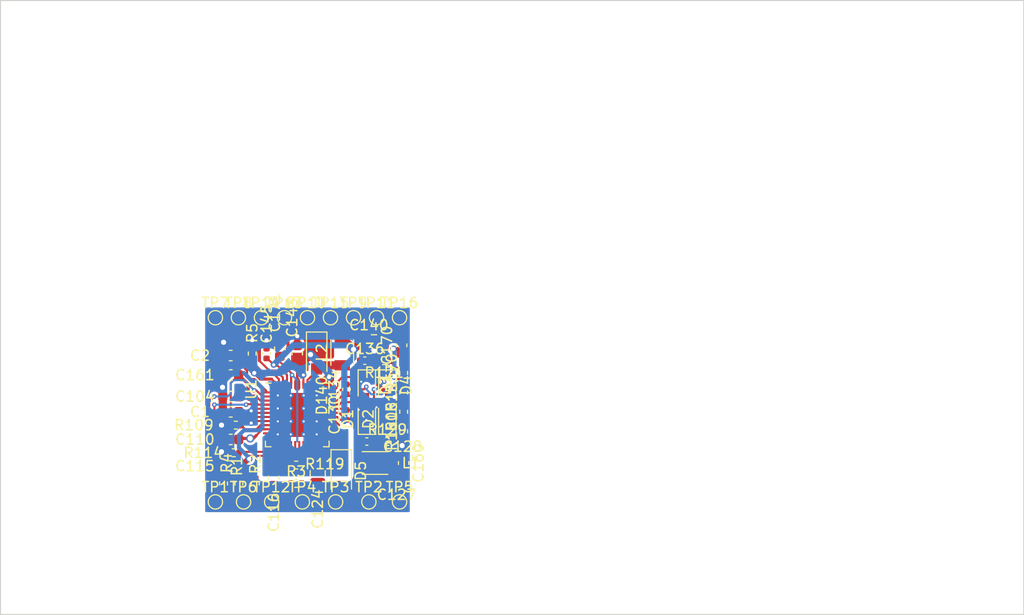
<source format=kicad_pcb>
(kicad_pcb (version 20210424) (generator pcbnew)
  (layers (0 "F.Cu" mixed) (31 "B.Cu" mixed) (34 "B.Paste" user) (35 "F.Paste" user) (36 "B.SilkS" user "B.Silkscreen") (37 "F.SilkS" user "F.Silkscreen") (38 "B.Mask" user) (39 "F.Mask" user) (44 "Edge.Cuts" user))
  (net 0 "")
  (net 1 "Net-(C1-Pad1)")
  (net 2 "Net-(C2-Pad1)")
  (net 3 "GND")
  (net 4 "/eink pmic/VN")
  (net 5 "/eink pmic/PMIC_INT")
  (net 6 "/eink pmic/PMIC_PG")
  (net 7 "/eink pmic/PMIC_SDA")
  (net 8 "/eink pmic/PMIC_SCL")
  (net 9 "/eink pmic/PMIC_PWRUP")
  (net 10 "/eink pmic/PMIC_WAKEUP")
  (net 11 "EINK_VCOM")
  (net 12 "EINK_VNEG")
  (net 13 "EINK_VEE")
  (net 14 "EINK_VPOS")
  (net 15 "EINK_VDDH")
  (net 16 "Net-(C128-Pad1)")
  (net 17 "Net-(C130-Pad1)")
  (net 18 "Net-(C134-Pad1)")
  (net 19 "Net-(C136-Pad1)")
  (net 20 "Net-(D5-Pad1)")
  (net 21 "Net-(C128-Pad2)")
  (net 22 "Net-(D140-Pad2)")
  (net 23 "Net-(C136-Pad2)")
  (net 24 "Net-(R109-Pad1)")
  (net 25 "Net-(R119-Pad1)")
  (net 26 "/eink pmic/VB")
  (net 27 "/eink pmic/PMIC_VCOM")
  (net 28 "EINK_PWR")
  (net 29 "EINK_TS")
  (net 30 "Net-(R129-Pad1)")
  (net 31 "Net-(R114-Pad2)")
  (net 32 "Net-(R135-Pad1)")
  (net 33 "Net-(R160-Pad2)")
  (net 34 "Net-(R170-Pad2)")
  (net 35 "VIN")
  (footprint "Resistor_SMD:R_0402_1005Metric" (layer "F.Cu") (at 139.4 80.190001 90)
    (fp_text reference "R161")
    (fp_text value "1.8k")
  )
  (footprint "Diode_SMD:D_SOD-323" (layer "F.Cu") (at 137.8 80.9 90)
    (fp_text reference "D2")
    (fp_text value "D_Small")
  )
  (footprint "Capacitor_SMD:C_0805_2012Metric" (layer "F.Cu") (at 131 86.2 -90)
    (fp_text reference "C124")
    (fp_text value "10uF")
  )
  (footprint "Diode_SMD:D_SOD-323" (layer "F.Cu") (at 137.8 77.6 -90)
    (fp_text reference "D4")
    (fp_text value "D_Small")
  )
  (footprint "TestPoint:TestPoint_Pad_D1.0mm" (layer "F.Cu") (at 139 71)
    (fp_text reference "TP16")
    (fp_text value "TestPoint")
  )
  (footprint "Capacitor_SMD:C_0603_1608Metric" (layer "F.Cu") (at 122.5 78.7 180)
    (fp_text reference "C104")
    (fp_text value "4.7uF")
  )
  (footprint "Resistor_SMD:R_0402_1005Metric" (layer "F.Cu") (at 124.6 74.5 90)
    (fp_text reference "R5")
    (fp_text value "43k")
  )
  (footprint "Inductor_SMD:L_TDK_NLV25_2.5x2.0mm" (layer "F.Cu") (at 133.4 74.4 90)
    (fp_text reference "L2")
    (fp_text value "2.2uH")
  )
  (footprint "Diode_SMD:D_SOD-323" (layer "F.Cu") (at 135.8 80.9 90)
    (fp_text reference "D1")
    (fp_text value "D_Small")
  )
  (footprint "TestPoint:TestPoint_Pad_D1.0mm" (layer "F.Cu") (at 136.75 71)
    (fp_text reference "TP11")
    (fp_text value "TestPoint")
  )
  (footprint "Resistor_SMD:R_0402_1005Metric" (layer "F.Cu") (at 139.4 82.1 90)
    (fp_text reference "R160")
    (fp_text value "1.8k")
  )
  (footprint "Capacitor_SMD:C_0603_1608Metric" (layer "F.Cu") (at 126.7 86.625 -90)
    (fp_text reference "C116")
    (fp_text value "4.7uF")
  )
  (footprint "Capacitor_SMD:C_0805_2012Metric" (layer "F.Cu") (at 136.5 73.4)
    (fp_text reference "C140")
    (fp_text value "10uF")
  )
  (footprint "TestPoint:TestPoint_Pad_D1.0mm" (layer "F.Cu") (at 139 89)
    (fp_text reference "TP5")
    (fp_text value "TestPoint")
  )
  (footprint "Resistor_SMD:R_0402_1005Metric" (layer "F.Cu") (at 122.8 84.2)
    (fp_text reference "R114")
    (fp_text value "NC")
  )
  (footprint "TestPoint:TestPoint_Pad_D1.0mm" (layer "F.Cu") (at 121 71)
    (fp_text reference "TP7")
    (fp_text value "TestPoint")
  )
  (footprint "TestPoint:TestPoint_Pad_D1.0mm" (layer "F.Cu") (at 121 89)
    (fp_text reference "TP1")
    (fp_text value "TestPoint")
  )
  (footprint "Capacitor_SMD:C_0603_1608Metric" (layer "F.Cu") (at 139.2 73.7 90)
    (fp_text reference "C170")
    (fp_text value "2.2uF")
  )
  (footprint "Diode_SMD:D_SOD-123F" (layer "F.Cu") (at 133.3 86.099999 -90)
    (fp_text reference "D5")
    (fp_text value "1A/30V")
  )
  (footprint "TestPoint:TestPoint_Pad_D1.0mm" (layer "F.Cu") (at 126.5 89)
    (fp_text reference "TP12")
    (fp_text value "TestPoint")
  )
  (footprint "Capacitor_SMD:C_0402_1005Metric" (layer "F.Cu") (at 135.6 75.2)
    (fp_text reference "C136")
    (fp_text value "10nF")
  )
  (footprint "TestPoint:TestPoint_Pad_D1.0mm" (layer "F.Cu") (at 134.5 71)
    (fp_text reference "TP9")
    (fp_text value "TestPoint")
  )
  (footprint "Capacitor_SMD:C_0603_1608Metric" (layer "F.Cu") (at 127.3 74 90)
    (fp_text reference "C171")
    (fp_text value "4.7uF")
  )
  (footprint "Capacitor_SMD:C_0603_1608Metric" (layer "F.Cu") (at 122.5 85.5 180)
    (fp_text reference "C115")
    (fp_text value "4.7uF")
  )
  (footprint "TestPoint:TestPoint_Pad_D1.0mm" (layer "F.Cu") (at 129.5 89)
    (fp_text reference "TP4")
    (fp_text value "TestPoint")
  )
  (footprint "Capacitor_SMD:C_0402_1005Metric" (layer "F.Cu") (at 133.8 80.5 90)
    (fp_text reference "C130")
    (fp_text value "100nF")
  )
  (footprint "TestPoint:TestPoint_Pad_D1.0mm" (layer "F.Cu") (at 132.25 71)
    (fp_text reference "TP15")
    (fp_text value "TestPoint")
  )
  (footprint "TestPoint:TestPoint_Pad_D1.0mm" (layer "F.Cu") (at 136 89)
    (fp_text reference "TP2")
    (fp_text value "TestPoint")
  )
  (footprint "Capacitor_SMD:C_0603_1608Metric" (layer "F.Cu") (at 136.7 87.5)
    (fp_text reference "C127")
    (fp_text value "4.7uF")
  )
  (footprint "TestPoint:TestPoint_Pad_D1.0mm" (layer "F.Cu") (at 123.75 89)
    (fp_text reference "TP6")
    (fp_text value "TestPoint")
  )
  (footprint "Resistor_SMD:R_0402_1005Metric" (layer "F.Cu") (at 121.8 87.2 -90)
    (fp_text reference "R4")
    (fp_text value "10k")
  )
  (footprint "Capacitor_SMD:C_0603_1608Metric" (layer "F.Cu") (at 122.5 76.6 180)
    (fp_text reference "C161")
    (fp_text value "4.7uF")
  )
  (footprint "Capacitor_SMD:C_0402_1005Metric" (layer "F.Cu") (at 135.8 83.1)
    (fp_text reference "C128")
    (fp_text value "10nF")
  )
  (footprint "Package_DFN_QFN:QFN-48-1EP_6x6mm_P0.4mm_EP4.3x4.3mm_ThermalVias" (layer "F.Cu") (at 129 80.5)
    (fp_text reference "U1")
    (fp_text value "TPS65185")
  )
  (footprint "Resistor_SMD:R_0402_1005Metric" (layer "F.Cu") (at 139.4 78.3 90)
    (fp_text reference "R135")
    (fp_text value "NC")
  )
  (footprint "TestPoint:TestPoint_Pad_D1.0mm" (layer "F.Cu") (at 132.75 89)
    (fp_text reference "TP3")
    (fp_text value "TestPoint")
  )
  (footprint "Capacitor_SMD:C_0603_1608Metric" (layer "F.Cu") (at 122.5 80.2 180)
    (fp_text reference "C1")
    (fp_text value "4.7uF")
  )
  (footprint "TestPoint:TestPoint_Pad_D1.0mm" (layer "F.Cu") (at 125.5 71)
    (fp_text reference "TP14")
    (fp_text value "TestPoint")
  )
  (footprint "Resistor_SMD:R_0402_1005Metric" (layer "F.Cu") (at 137.8 83.1)
    (fp_text reference "R129")
    (fp_text value "NC")
  )
  (footprint "TestPoint:TestPoint_Pad_D1.0mm" (layer "F.Cu") (at 127.75 71)
    (fp_text reference "TP13")
    (fp_text value "TestPoint")
  )
  (footprint "Capacitor_SMD:C_0603_1608Metric" (layer "F.Cu") (at 122.5 82.9 180)
    (fp_text reference "C110")
    (fp_text value "10uF")
  )
  (footprint "Capacitor_SMD:C_0603_1608Metric" (layer "F.Cu") (at 122.5 74.7 180)
    (fp_text reference "C2")
    (fp_text value "4.7uF")
  )
  (footprint "Resistor_SMD:R_0402_1005Metric" (layer "F.Cu") (at 123.3 87.2 -90)
    (fp_text reference "R1")
    (fp_text value "1.8k")
  )
  (footprint "Capacitor_SMD:C_0603_1608Metric" (layer "F.Cu") (at 129 74.5 90)
    (fp_text reference "C143")
    (fp_text value "4.7uF")
  )
  (footprint "Resistor_SMD:R_0402_1005Metric" (layer "F.Cu") (at 139.4 76.4 90)
    (fp_text reference "R170")
    (fp_text value "1.8k")
  )
  (footprint "Resistor_SMD:R_0402_1005Metric" (layer "F.Cu") (at 124.9 87.2 -90)
    (fp_text reference "R2")
    (fp_text value "1.8k")
  )
  (footprint "Resistor_SMD:R_0402_1005Metric" (layer "F.Cu") (at 128.9 87.2)
    (fp_text reference "R3")
    (fp_text value "10k")
  )
  (footprint "Inductor_SMD:L_TDK_NLV25_2.5x2.0mm" (layer "F.Cu") (at 136.6 85.2)
    (fp_text reference "L1")
    (fp_text value "4.7uH")
  )
  (footprint "Resistor_SMD:R_0402_1005Metric" (layer "F.Cu") (at 137.5 75.2 180)
    (fp_text reference "R171")
    (fp_text value "1.8k")
  )
  (footprint "Capacitor_SMD:C_0402_1005Metric" (layer "F.Cu") (at 133.8 78 90)
    (fp_text reference "C134")
    (fp_text value "100nF")
  )
  (footprint "Capacitor_SMD:C_0402_1005Metric" (layer "F.Cu") (at 126 74.5 90)
    (fp_text reference "C145")
    (fp_text value "1uF")
  )
  (footprint "Diode_SMD:D_SOD-323" (layer "F.Cu") (at 135.8 77.6 -90)
    (fp_text reference "D3")
    (fp_text value "D_Small")
  )
  (footprint "Capacitor_SMD:C_0603_1608Metric" (layer "F.Cu") (at 139.4 85.2 -90)
    (fp_text reference "C160")
    (fp_text value "2.2uF")
  )
  (footprint "TestPoint:TestPoint_Pad_D1.0mm" (layer "F.Cu") (at 123.25 71)
    (fp_text reference "TP8")
    (fp_text value "TestPoint")
  )
  (footprint "Diode_SMD:D_SOD-123F" (layer "F.Cu") (at 130.9 74.6 -90)
    (fp_text reference "D140")
    (fp_text value "1A/30V")
  )
  (footprint "Resistor_SMD:R_0402_1005Metric" (layer "F.Cu") (at 128.9 85.4 180)
    (fp_text reference "R119")
    (fp_text value "NC")
  )
  (footprint "TestPoint:TestPoint_Pad_D1.0mm" (layer "F.Cu") (at 130 71)
    (fp_text reference "TP10")
    (fp_text value "TestPoint")
  )
  (footprint "Resistor_SMD:R_0402_1005Metric" (layer "F.Cu") (at 123 81.5 180)
    (fp_text reference "R109")
    (fp_text value "NC")
  )
  (gr_line (start 100 40) (end 100 100) (layer "Edge.Cuts") (width 0.1))
  (gr_line (start 200 100) (end 200 40) (layer "Edge.Cuts") (width 0.1))
  (gr_line (start 100 100) (end 200 100) (layer "Edge.Cuts") (width 0.1))
  (gr_line (start 200 40) (end 100 40) (layer "Edge.Cuts") (width 0.1))
  (segment (start 124.1 80.7) (end 124 80.6) (width 0.2) (layer "F.Cu") (net 1))
  (segment (start 126.05 80.7) (end 124.1 80.7) (width 0.2) (layer "F.Cu") (net 1))
  (segment (start 123.575 80.5) (end 123.9 80.5) (width 0.3) (layer "F.Cu") (net 1))
  (segment (start 124 80.6) (end 123.9 80.5) (width 0.2) (layer "F.Cu") (net 1))
  (segment (start 123.275 80.2) (end 123.575 80.5) (width 0.3) (layer "F.Cu") (net 1))
  (segment (start 124.1 76.2) (end 123.275 75.375) (width 0.2) (layer "F.Cu") (net 2))
  (segment (start 123.275 75.375) (end 123.275 74.7) (width 0.2) (layer "F.Cu") (net 2))
  (segment (start 126.05 78.3) (end 125.95 78.2) (width 0.2) (layer "F.Cu") (net 2))
  (segment (start 124.5 77) (end 124.1 76.6) (width 0.2) (layer "F.Cu") (net 2))
  (segment (start 124.820864 77) (end 124.5 77) (width 0.2) (layer "F.Cu") (net 2))
  (segment (start 124.1 76.6) (end 124.1 76.2) (width 0.2) (layer "F.Cu") (net 2))
  (segment (start 125.95 78.129136) (end 124.820864 77) (width 0.2) (layer "F.Cu") (net 2))
  (segment (start 125.95 78.2) (end 125.95 78.129136) (width 0.2) (layer "F.Cu") (net 2))
  (segment (start 138.509502 78.945932) (end 138.509502 78.75) (width 0.4) (layer "F.Cu") (net 3))
  (segment (start 137.375425 73.4) (end 136.515917 74.259508) (width 0.8) (layer "F.Cu") (net 3))
  (segment (start 121.725 85.5) (end 121.725 84.225) (width 0.8) (layer "F.Cu") (net 3))
  (segment (start 131.95 79.9) (end 133.68 79.9) (width 0.2) (layer "F.Cu") (net 3))
  (segment (start 134.98 80.02) (end 135 80) (width 0.2) (layer "F.Cu") (net 3))
  (segment (start 121.725 77.775) (end 121.7 77.8) (width 0.8) (layer "F.Cu") (net 3))
  (segment (start 121.725 77.825) (end 121.7 77.8) (width 0.8) (layer "F.Cu") (net 3))
  (segment (start 121.725 76.2) (end 121.725 74.7) (width 0.8) (layer "F.Cu") (net 3))
  (segment (start 126.05 81.1) (end 124.7 81.1) (width 0.2) (layer "F.Cu") (net 3))
  (segment (start 137.925 72.925) (end 137.45 73.4) (width 0.8) (layer "F.Cu") (net 3))
  (segment (start 139.2 72.925) (end 137.925 72.925) (width 0.8) (layer "F.Cu") (net 3))
  (segment (start 137.45 73.4) (end 137.375425 73.4) (width 0.8) (layer "F.Cu") (net 3))
  (segment (start 126.025 73.225) (end 126 73.2) (width 0.6) (layer "F.Cu") (net 3))
  (segment (start 136.99 74.733591) (end 136.515917 74.259508) (width 0.8) (layer "F.Cu") (net 3))
  (segment (start 133.68 79.9) (end 133.8 80.02) (width 0.2) (layer "F.Cu") (net 3))
  (segment (start 129 73.725) (end 129 72.8) (width 0.6) (layer "F.Cu") (net 3))
  (segment (start 124.7 80.3) (end 124.5 80.1) (width 0.2) (layer "F.Cu") (net 3))
  (segment (start 139.243571 79.680001) (end 138.509502 78.945932) (width 0.4) (layer "F.Cu") (net 3))
  (segment (start 126 74.02) (end 126 73.2) (width 0.6) (layer "F.Cu") (net 3))
  (segment (start 121.6 82.775) (end 121.6 81.5) (width 0.8) (layer "F.Cu") (net 3))
  (segment (start 133.8 80.02) (end 134.98 80.02) (width 0.2) (layer "F.Cu") (net 3))
  (segment (start 126.5 77) (end 125.4 77) (width 0.3) (layer "F.Cu") (net 3))
  (segment (start 121.6 80.325) (end 121.6 81.5) (width 0.8) (layer "F.Cu") (net 3))
  (segment (start 129.6 77.55) (end 129.6 76.6) (width 0.2) (layer "F.Cu") (net 3))
  (segment (start 125.4 77) (end 124.8 76.4) (width 0.3) (layer "F.Cu") (net 3))
  (segment (start 121.725 80.2) (end 121.725 78.7) (width 0.8) (layer "F.Cu") (net 3))
  (segment (start 139.4 79.680001) (end 139.243571 79.680001) (width 0.4) (layer "F.Cu") (net 3))
  (segment (start 121.725 82.9) (end 121.725 83.975) (width 0.8) (layer "F.Cu") (net 3))
  (segment (start 127.3 73.225) (end 126.025 73.225) (width 0.6) (layer "F.Cu") (net 3))
  (segment (start 124.7 81.1) (end 124.5 81.3) (width 0.2) (layer "F.Cu") (net 3))
  (segment (start 133.8 77.52) (end 134.98 77.52) (width 0.2) (layer "F.Cu") (net 3))
  (segment (start 124.6 73.99) (end 124.6 73.2) (width 0.6) (layer "F.Cu") (net 3))
  (segment (start 121.725 83.975) (end 121.6 84.1) (width 0.8) (layer "F.Cu") (net 3))
  (segment (start 121.725 73.475) (end 121.8 73.4) (width 0.8) (layer "F.Cu") (net 3))
  (segment (start 121.725 84.225) (end 121.6 84.1) (width 0.8) (layer "F.Cu") (net 3))
  (segment (start 136.99 75.2) (end 136.99 74.733591) (width 0.8) (layer "F.Cu") (net 3))
  (segment (start 126.8 77.55) (end 126.8 77.3) (width 0.2) (layer "F.Cu") (net 3))
  (segment (start 121.725 74.7) (end 121.725 73.475) (width 0.8) (layer "F.Cu") (net 3))
  (segment (start 126.05 80.3) (end 124.7 80.3) (width 0.2) (layer "F.Cu") (net 3))
  (segment (start 134.98 77.52) (end 135.25 77.25) (width 0.2) (layer "F.Cu") (net 3))
  (segment (start 121.725 80.2) (end 121.6 80.325) (width 0.8) (layer "F.Cu") (net 3))
  (segment (start 121.725 76.6) (end 121.725 77.775) (width 0.8) (layer "F.Cu") (net 3))
  (segment (start 126.8 77.3) (end 126.5 77) (width 0.2) (layer "F.Cu") (net 3))
  (segment (start 121.725 78.7) (end 121.725 77.825) (width 0.8) (layer "F.Cu") (net 3))
  (segment (start 121.725 82.9) (end 121.6 82.775) (width 0.8) (layer "F.Cu") (net 3))
  (via (at 121.8 73.4) (size 0.8) (drill 0.5) (layers "F.Cu" "B.Cu") (net 3))
  (via (at 121.6 84.1) (size 0.8) (drill 0.5) (layers "F.Cu" "B.Cu") (net 3))
  (via (at 135.25 77.25) (size 0.45) (drill 0.2) (layers "F.Cu" "B.Cu") (net 3))
  (via (at 138.509502 78.75) (size 0.65) (drill 0.4) (layers "F.Cu" "B.Cu") (net 3))
  (via (at 135 80) (size 0.45) (drill 0.2) (layers "F.Cu" "B.Cu") (net 3))
  (via (at 124.6 73.2) (size 0.65) (drill 0.4) (layers "F.Cu" "B.Cu") (net 3))
  (via (at 124.5 81.3) (size 0.55) (drill 0.3) (layers "F.Cu" "B.Cu") (net 3))
  (via (at 124.5 80.1) (size 0.55) (drill 0.3) (layers "F.Cu" "B.Cu") (net 3))
  (via (at 129.6 76.6) (size 0.55) (drill 0.3) (layers "F.Cu" "B.Cu") (net 3))
  (via (at 126 73.2) (size 0.65) (drill 0.4) (layers "F.Cu" "B.Cu") (net 3))
  (via (at 129 72.8) (size 0.65) (drill 0.4) (layers "F.Cu" "B.Cu") (net 3))
  (via (at 121.7 77.8) (size 0.8) (drill 0.5) (layers "F.Cu" "B.Cu") (net 3))
  (via (at 136.515917 74.259508) (size 0.8) (drill 0.5) (layers "F.Cu" "B.Cu") (net 3))
  (via (at 121.6 81.5) (size 0.8) (drill 0.5) (layers "F.Cu" "B.Cu") (net 3))
  (via (at 124.8 76.4) (size 0.65) (drill 0.4) (layers "F.Cu" "B.Cu") (net 3))
  (segment (start 128.7 75.7) (end 129.6 76.6) (width 0.6) (layer "B.Cu") (net 3))
  (segment (start 124.8 76.4) (end 127.3 76.4) (width 0.6) (layer "B.Cu") (net 3))
  (segment (start 127.3 76.4) (end 128 75.7) (width 0.6) (layer "B.Cu") (net 3))
  (segment (start 128 75.7) (end 128.7 75.7) (width 0.6) (layer "B.Cu") (net 3))
  (segment (start 123.954062 78.7) (end 124.254062 79) (width 0.25) (layer "F.Cu") (net 4))
  (segment (start 128 82.766667) (end 128.366667 82.4) (width 0.2) (layer "F.Cu") (net 4))
  (segment (start 124.254062 79) (end 124.7 79) (width 0.25) (layer "F.Cu") (net 4))
  (segment (start 126.05 79.5) (end 125.2 79.5) (width 0.2) (layer "F.Cu") (net 4))
  (segment (start 126.05 79.5) (end 126.733333 79.5) (width 0.2) (layer "F.Cu") (net 4))
  (segment (start 125.2 79.5) (end 124.7 79) (width 0.2) (layer "F.Cu") (net 4))
  (segment (start 128 83.45) (end 128 82.766667) (width 0.2) (layer "F.Cu") (net 4))
  (segment (start 123.275 78.7) (end 123.954062 78.7) (width 0.25) (layer "F.Cu") (net 4))
  (segment (start 126.733333 79.5) (end 127.1 79.866667) (width 0.2) (layer "F.Cu") (net 4))
  (segment (start 120.8905 78.7) (end 120.4 79.1905) (width 0.2) (layer "F.Cu") (net 5))
  (segment (start 126.05 78.7) (end 125.6 78.7) (width 0.2) (layer "F.Cu") (net 5))
  (segment (start 120.4 79.1905) (end 120.4 84.1) (width 0.2) (layer "F.Cu") (net 5))
  (segment (start 125.6 78.7) (end 125 78.1) (width 0.2) (layer "F.Cu") (net 5))
  (segment (start 125 78.1) (end 124.8 78.1) (width 0.2) (layer "F.Cu") (net 5))
  (via (at 120.8905 78.7) (size 0.45) (drill 0.2) (layers "F.Cu" "B.Cu") (net 5))
  (via (at 124.8 78.1) (size 0.45) (drill 0.2) (layers "F.Cu" "B.Cu") (net 5))
  (segment (start 122.5 77.4) (end 122.8 77.1) (width 0.2) (layer "B.Cu") (net 5))
  (segment (start 122.8 77.1) (end 123.8 77.1) (width 0.2) (layer "B.Cu") (net 5))
  (segment (start 123.8 77.1) (end 124.8 78.1) (width 0.2) (layer "B.Cu") (net 5))
  (segment (start 122.2 78.7) (end 122.5 78.4) (width 0.2) (layer "B.Cu") (net 5))
  (segment (start 122.5 78.4) (end 122.5 77.4) (width 0.2) (layer "B.Cu") (net 5))
  (segment (start 120.8905 78.7) (end 122.2 78.7) (width 0.2) (layer "B.Cu") (net 5))
  (segment (start 126.05 79.9) (end 125.091062 79.9) (width 0.2) (layer "F.Cu") (net 10))
  (segment (start 124.050752 79.449248) (end 124 79.5) (width 0.2) (layer "F.Cu") (net 10))
  (segment (start 125.091062 79.9) (end 124.64031 79.449248) (width 0.2) (layer "F.Cu") (net 10))
  (segment (start 120.9 79.5) (end 120.9 85.3) (width 0.2) (layer "F.Cu") (net 10))
  (segment (start 124.64031 79.449248) (end 124.050752 79.449248) (width 0.2) (layer "F.Cu") (net 10))
  (via (at 124 79.5) (size 0.45) (drill 0.2) (layers "F.Cu" "B.Cu") (net 10))
  (via (at 120.9 79.5) (size 0.45) (drill 0.2) (layers "F.Cu" "B.Cu") (net 10))
  (segment (start 120.9 79.5) (end 124 79.5) (width 0.2) (layer "B.Cu") (net 10))
  (segment (start 127.6 84.1) (end 127.2 84.5) (width 0.2) (layer "F.Cu") (net 11))
  (segment (start 127.6 83.45) (end 127.6 84.1) (width 0.2) (layer "F.Cu") (net 11))
  (segment (start 124.275 84.5) (end 123.275 85.5) (width 0.2) (layer "F.Cu") (net 11))
  (segment (start 127.2 84.5) (end 124.275 84.5) (width 0.2) (layer "F.Cu") (net 11))
  (segment (start 123.275 85.5) (end 123.6 85.5) (width 0.4) (layer "F.Cu") (net 11))
  (segment (start 123.6 85.5) (end 124.3 84.8) (width 0.4) (layer "F.Cu") (net 11))
  (via (at 124.3 84.8) (size 0.65) (drill 0.4) (layers "F.Cu" "B.Cu") (net 11))
  (segment (start 123.3 82.5) (end 123.8 82) (width 0.4) (layer "B.Cu") (net 11))
  (segment (start 125.3 82) (end 125.6 81.7) (width 0.4) (layer "B.Cu") (net 11))
  (segment (start 123.8 82) (end 125.3 82) (width 0.4) (layer "B.Cu") (net 11))
  (segment (start 125.6 81.7) (end 125.6 77.9) (width 0.4) (layer "B.Cu") (net 11))
  (segment (start 124.6 77.2) (end 123.8 76.4) (width 0.4) (layer "B.Cu") (net 11))
  (segment (start 124.3 84.8) (end 124.3 84.7) (width 0.4) (layer "B.Cu") (net 11))
  (segment (start 124.9 77.2) (end 124.6 77.2) (width 0.4) (layer "B.Cu") (net 11))
  (segment (start 124.3 84.7) (end 123.3 83.7) (width 0.4) (layer "B.Cu") (net 11))
  (segment (start 123.3 83.7) (end 123.3 82.5) (width 0.4) (layer "B.Cu") (net 11))
  (segment (start 125.6 77.9) (end 124.9 77.2) (width 0.4) (layer "B.Cu") (net 11))
  (segment (start 122.51548 73.78452) (end 122.8 73.5) (width 0.3) (layer "F.Cu") (net 12))
  (segment (start 122.49 80.602286) (end 122.49 81.5) (width 0.2) (layer "F.Cu") (net 12))
  (segment (start 124.2 77.5) (end 124.2 78.3) (width 0.3) (layer "F.Cu") (net 12))
  (segment (start 126.05 79.1) (end 125.4 79.1) (width 0.2) (layer "F.Cu") (net 12))
  (segment (start 122.5 77.375) (end 123.275 76.6) (width 0.2) (layer "F.Cu") (net 12))
  (segment (start 122.5 80.592286) (end 122.49 80.602286) (width 0.2) (layer "F.Cu") (net 12))
  (segment (start 124.2 78.3) (end 124.4 78.5) (width 0.3) (layer "F.Cu") (net 12))
  (segment (start 122.5 80.592286) (end 122.5 77.375) (width 0.2) (layer "F.Cu") (net 12))
  (segment (start 123.275 76.6) (end 122.51548 75.84048) (width 0.3) (layer "F.Cu") (net 12))
  (segment (start 122.51548 75.84048) (end 122.51548 73.78452) (width 0.3) (layer "F.Cu") (net 12))
  (segment (start 123.3 76.6) (end 124.2 77.5) (width 0.3) (layer "F.Cu") (net 12))
  (segment (start 124.9 78.6) (end 124.5 78.6) (width 0.2) (layer "F.Cu") (net 12))
  (segment (start 125.4 79.1) (end 124.9 78.6) (width 0.2) (layer "F.Cu") (net 12))
  (segment (start 123.275 76.6) (end 123.3 76.6) (width 0.3) (layer "F.Cu") (net 12))
  (segment (start 124.5 78.6) (end 124.4 78.5) (width 0.2) (layer "F.Cu") (net 12))
  (segment (start 122.8 73.5) (end 122.8 72.6) (width 0.3) (layer "F.Cu") (net 12))
  (segment (start 139.08 82.61) (end 139.4 82.61) (width 0.4) (layer "F.Cu") (net 13))
  (segment (start 139.4 83.35) (end 139.25 83.5) (width 0.4) (layer "F.Cu") (net 13))
  (segment (start 138.31 83.1) (end 138.71 83.5) (width 0.4) (layer "F.Cu") (net 13))
  (segment (start 137.8 80.8) (end 138.384511 81.384511) (width 0.4) (layer "F.Cu") (net 13))
  (segment (start 137.8 79.85) (end 137.8 80.8) (width 0.4) (layer "F.Cu") (net 13))
  (segment (start 138.71 83.5) (end 139.25 83.5) (width 0.4) (layer "F.Cu") (net 13))
  (segment (start 138.384511 81.914511) (end 139.08 82.61) (width 0.4) (layer "F.Cu") (net 13))
  (segment (start 139.4 82.61) (end 139.4 83.35) (width 0.4) (layer "F.Cu") (net 13))
  (segment (start 138.384511 81.384511) (end 138.384511 81.914511) (width 0.4) (layer "F.Cu") (net 13))
  (segment (start 139.4 84.425) (end 139.4 83.65) (width 0.4) (layer "F.Cu") (net 13))
  (segment (start 139.4 83.65) (end 139.25 83.5) (width 0.4) (layer "F.Cu") (net 13))
  (via (at 139.25 83.5) (size 0.8) (drill 0.5) (layers "F.Cu" "B.Cu") (net 13))
  (segment (start 128.4 77.55) (end 128.4 76.4) (width 0.2) (layer "F.Cu") (net 14))
  (segment (start 128.1 73.975) (end 128.1 72.7) (width 0.3) (layer "F.Cu") (net 14))
  (segment (start 128.4 77.55) (end 128.4 76.6905) (width 0.2) (layer "F.Cu") (net 14))
  (segment (start 128.4 76.4) (end 127.3 75.3) (width 0.2) (layer "F.Cu") (net 14))
  (segment (start 127.3 74.775) (end 128.1 73.975) (width 0.3) (layer "F.Cu") (net 14))
  (segment (start 127.3 75.3) (end 127.3 74.775) (width 0.2) (layer "F.Cu") (net 14))
  (segment (start 128.4 76.6905) (end 128.4905 76.6) (width 0.2) (layer "F.Cu") (net 14))
  (via (at 128.4905 76.6) (size 0.45) (drill 0.2) (layers "F.Cu" "B.Cu") (net 14))
  (segment (start 129 83.1) (end 129 77.1095) (width 0.2) (layer "B.Cu") (net 14))
  (segment (start 129 77.1095) (end 128.4905 76.6) (width 0.2) (layer "B.Cu") (net 14))
  (segment (start 138.778898 74.053898) (end 139.2 74.475) (width 0.4) (layer "F.Cu") (net 15))
  (segment (start 139.4 76.91) (end 138.66 76.91) (width 0.4) (layer "F.Cu") (net 15))
  (segment (start 138.413407 74.053898) (end 138.778898 74.053898) (width 0.4) (layer "F.Cu") (net 15))
  (segment (start 139.4 77.79) (end 139.4 76.91) (width 0.4) (layer "F.Cu") (net 15))
  (segment (start 137.8 76.55) (end 138.3 76.55) (width 0.4) (layer "F.Cu") (net 15))
  (segment (start 138.66 76.91) (end 138.5 76.75) (width 0.4) (layer "F.Cu") (net 15))
  (segment (start 138.3 76.55) (end 138.5 76.75) (width 0.4) (layer "F.Cu") (net 15))
  (via (at 138.5 76.75) (size 0.65) (drill 0.4) (layers "F.Cu" "B.Cu") (net 15))
  (via (at 138.413407 74.053898) (size 0.65) (drill 0.4) (layers "F.Cu" "B.Cu") (net 15))
  (segment (start 138.5 76.75) (end 138.5 74.140491) (width 0.4) (layer "B.Cu") (net 15))
  (segment (start 138.5 74.140491) (end 138.413407 74.053898) (width 0.4) (layer "B.Cu") (net 15))
  (segment (start 131.95 81.5) (end 132.394798 81.5) (width 0.2) (layer "F.Cu") (net 16))
  (segment (start 132.394798 81.5) (end 132.894798 82) (width 0.2) (layer "F.Cu") (net 16))
  (segment (start 135.45 81.95) (end 134.48 80.98) (width 0.4) (layer "F.Cu") (net 17))
  (segment (start 135.8 81.95) (end 135.45 81.95) (width 0.4) (layer "F.Cu") (net 17))
  (segment (start 132.9 80.7) (end 133.18 80.98) (width 0.2) (layer "F.Cu") (net 17))
  (segment (start 131.95 80.7) (end 132.9 80.7) (width 0.2) (layer "F.Cu") (net 17))
  (segment (start 134.48 80.98) (end 133.8 80.98) (width 0.4) (layer "F.Cu") (net 17))
  (segment (start 133.18 80.98) (end 133.8 80.98) (width 0.2) (layer "F.Cu") (net 17))
  (segment (start 135.8 78.65) (end 133.97 78.65) (width 0.2) (layer "F.Cu") (net 18))
  (segment (start 131.95 79.1) (end 132.9 79.1) (width 0.2) (layer "F.Cu") (net 18))
  (segment (start 133.52 78.48) (end 133.8 78.48) (width 0.2) (layer "F.Cu") (net 18))
  (segment (start 133.97 78.65) (end 133.8 78.48) (width 0.2) (layer "F.Cu") (net 18))
  (segment (start 132.9 79.1) (end 133.52 78.48) (width 0.2) (layer "F.Cu") (net 18))
  (segment (start 132.4 78.3) (end 133 77.7) (width 0.2) (layer "F.Cu") (net 19))
  (segment (start 134.4 76.8) (end 135.2 76) (width 0.2) (layer "F.Cu") (net 19))
  (segment (start 131.95 78.3) (end 132.4 78.3) (width 0.2) (layer "F.Cu") (net 19))
  (segment (start 133 77.2) (end 133.4 76.8) (width 0.2) (layer "F.Cu") (net 19))
  (segment (start 133 77.7) (end 133 77.2) (width 0.2) (layer "F.Cu") (net 19))
  (segment (start 133.4 76.8) (end 134.4 76.8) (width 0.2) (layer "F.Cu") (net 19))
  (segment (start 135.8 80.05) (end 135.8 79.85) (width 0.4) (layer "F.Cu") (net 21))
  (segment (start 137.8 81.95) (end 137.7 81.95) (width 0.4) (layer "F.Cu") (net 21))
  (segment (start 137.7 81.95) (end 135.8 80.05) (width 0.4) (layer "F.Cu") (net 21))
  (segment (start 130 77.55) (end 130 77.1) (width 0.2) (layer "F.Cu") (net 22))
  (segment (start 130 77.1) (end 130.9 76.2) (width 0.2) (layer "F.Cu") (net 22))
  (segment (start 130.9 76) (end 131.25 75.65) (width 0.8) (layer "F.Cu") (net 22))
  (segment (start 130.9 76.2) (end 130.9 76) (width 0.2) (layer "F.Cu") (net 22))
  (segment (start 131.25 75.65) (end 133.4 75.65) (width 0.8) (layer "F.Cu") (net 22))
  (segment (start 137.8 78.65) (end 137.8 78.434938) (width 0.4) (layer "F.Cu") (net 23))
  (segment (start 137.8 78.434938) (end 135.915062 76.55) (width 0.4) (layer "F.Cu") (net 23))
  (segment (start 136.08 75.2) (end 136.08 76.27) (width 0.4) (layer "F.Cu") (net 23))
  (segment (start 135.915062 76.55) (end 135.8 76.55) (width 0.4) (layer "F.Cu") (net 23))
  (segment (start 136.08 76.27) (end 135.8 76.55) (width 0.4) (layer "F.Cu") (net 23))
  (segment (start 125 81.9) (end 123.9 81.9) (width 0.2) (layer "F.Cu") (net 24))
  (segment (start 125.4 81.5) (end 125 81.9) (width 0.2) (layer "F.Cu") (net 24))
  (segment (start 123.51 81.51) (end 123.51 81.5) (width 0.2) (layer "F.Cu") (net 24))
  (segment (start 123.9 81.9) (end 123.51 81.51) (width 0.2) (layer "F.Cu") (net 24))
  (segment (start 126.05 81.5) (end 125.4 81.5) (width 0.2) (layer "F.Cu") (net 24))
  (segment (start 123.51 81.5) (end 123.407714 81.5) (width 0.2) (layer "F.Cu") (net 24))
  (segment (start 129 75.275) (end 129 77.5) (width 0.25) (layer "F.Cu") (net 26))
  (segment (start 129 75.275) (end 129.539812 75.275) (width 0.25) (layer "F.Cu") (net 26))
  (via (at 132.1 76.8) (size 0.65) (drill 0.4) (layers "F.Cu" "B.Cu") (net 26))
  (via (at 130.3 74.6) (size 0.8) (drill 0.5) (layers "F.Cu" "B.Cu") (net 26))
  (segment (start 132.1 76.4) (end 130.3 74.6) (width 0.8) (layer "B.Cu") (net 26))
  (segment (start 132.1 76.8) (end 132.1 76.4) (width 0.8) (layer "B.Cu") (net 26))
  (segment (start 126.259501 76.159501) (end 125.3 75.2) (width 0.2) (layer "F.Cu") (net 28))
  (segment (start 127.6 77.55) (end 127.6 76.84294) (width 0.2) (layer "F.Cu") (net 28))
  (segment (start 125.3 75.2) (end 125.3 72.9) (width 0.3) (layer "F.Cu") (net 28))
  (segment (start 126.916561 76.159501) (end 126.259501 76.159501) (width 0.2) (layer "F.Cu") (net 28))
  (segment (start 127.6 76.84294) (end 126.916561 76.159501) (width 0.2) (layer "F.Cu") (net 28))
  (segment (start 124.6 75.01) (end 124.6 75) (width 0.2) (layer "F.Cu") (net 29))
  (segment (start 124.02048 74.42048) (end 124.02048 73.82048) (width 0.2) (layer "F.Cu") (net 29))
  (segment (start 126.719012 76.519012) (end 125.819012 76.519012) (width 0.2) (layer "F.Cu") (net 29))
  (segment (start 124.6 75) (end 124.02048 74.42048) (width 0.2) (layer "F.Cu") (net 29))
  (segment (start 124.6 75.3) (end 124.6 75.01) (width 0.2) (layer "F.Cu") (net 29))
  (segment (start 125.819012 76.519012) (end 124.6 75.3) (width 0.2) (layer "F.Cu") (net 29))
  (segment (start 127.2 77.55) (end 127.2 77) (width 0.2) (layer "F.Cu") (net 29))
  (segment (start 123.9 73.7) (end 123.9 72.8) (width 0.2) (layer "F.Cu") (net 29))
  (segment (start 127.2 77) (end 126.719012 76.519012) (width 0.2) (layer "F.Cu") (net 29))
  (segment (start 123.9 72.8) (end 124.5 72.2) (width 0.2) (layer "F.Cu") (net 29))
  (segment (start 124.02048 73.82048) (end 123.9 73.7) (width 0.2) (layer "F.Cu") (net 29))
  (segment (start 131.95 81.1) (end 132.7 81.1) (width 0.2) (layer "F.Cu") (net 30))
  (segment (start 132.7 81.1) (end 133.1 81.5) (width 0.2) (layer "F.Cu") (net 30))
  (segment (start 127.2 83.9) (end 126.99048 84.10952) (width 0.2) (layer "F.Cu") (net 31))
  (segment (start 124.70952 84.10952) (end 124.60952 84.10952) (width 0.2) (layer "F.Cu") (net 31))
  (segment (start 123.31 84.2) (end 123.40048 84.10952) (width 0.2) (layer "F.Cu") (net 31))
  (segment (start 123.40048 84.10952) (end 124.70952 84.10952) (width 0.2) (layer "F.Cu") (net 31))
  (segment (start 127.2 83.45) (end 127.2 83.9) (width 0.2) (layer "F.Cu") (net 31))
  (segment (start 126.99048 84.10952) (end 124.70952 84.10952) (width 0.2) (layer "F.Cu") (net 31))
  (segment (start 135.5 78) (end 135.75 77.75) (width 0.2) (layer "F.Cu") (net 32))
  (segment (start 131.95 78.7) (end 132.6 78.7) (width 0.16) (layer "F.Cu") (net 32))
  (segment (start 139.4 78.81) (end 138.34 77.75) (width 0.2) (layer "F.Cu") (net 32))
  (segment (start 132.6 78.7) (end 133.3 78) (width 0.16) (layer "F.Cu") (net 32))
  (segment (start 138.34 77.75) (end 138 77.75) (width 0.2) (layer "F.Cu") (net 32))
  (segment (start 134.25 78) (end 135.5 78) (width 0.2) (layer "F.Cu") (net 32))
  (segment (start 133.3 78) (end 133.426208 78) (width 0.16) (layer "F.Cu") (net 32))
  (via (at 138 77.75) (size 0.45) (drill 0.2) (layers "F.Cu" "B.Cu") (net 32))
  (via (at 135.75 77.75) (size 0.45) (drill 0.2) (layers "F.Cu" "B.Cu") (net 32))
  (segment (start 136.234501 78.484501) (end 135.75 78) (width 0.2) (layer "B.Cu") (net 32))
  (segment (start 135.75 78) (end 135.75 77.75) (width 0.2) (layer "B.Cu") (net 32))
  (segment (start 138 77.75) (end 137.265499 78.484501) (width 0.2) (layer "B.Cu") (net 32))
  (segment (start 137.265499 78.484501) (end 136.234501 78.484501) (width 0.2) (layer "B.Cu") (net 32))
  (segment (start 138.812754 79.89903) (end 138.163724 79.25) (width 0.2) (layer "F.Cu") (net 33))
  (segment (start 139.4 80.700001) (end 139.08 80.700001) (width 0.2) (layer "F.Cu") (net 33))
  (segment (start 135.25 80.5) (end 134.5 80.5) (width 0.2) (layer "F.Cu") (net 33))
  (segment (start 138.812754 80.432755) (end 138.812754 79.89903) (width 0.2) (layer "F.Cu") (net 33))
  (segment (start 135.75 81) (end 135.25 80.5) (width 0.2) (layer "F.Cu") (net 33))
  (segment (start 133.1 80.3) (end 133.3 80.5) (width 0.2) (layer "F.Cu") (net 33))
  (segment (start 137.25 79.25) (end 137 79.5) (width 0.2) (layer "F.Cu") (net 33))
  (segment (start 138.163724 79.25) (end 137.25 79.25) (width 0.2) (layer "F.Cu") (net 33))
  (segment (start 139.4 81.59) (end 139.4 80.700001) (width 0.2) (layer "F.Cu") (net 33))
  (segment (start 131.95 80.3) (end 133.1 80.3) (width 0.2) (layer "F.Cu") (net 33))
  (segment (start 139.08 80.700001) (end 138.812754 80.432755) (width 0.2) (layer "F.Cu") (net 33))
  (segment (start 137 79.5) (end 136.75 79.75) (width 0.2) (layer "F.Cu") (net 33))
  (via (at 136.75 79.75) (size 0.45) (drill 0.2) (layers "F.Cu" "B.Cu") (net 33))
  (via (at 135.75 81) (size 0.45) (drill 0.2) (layers "F.Cu" "B.Cu") (net 33))
  (segment (start 136.75 79.75) (end 136.75 80) (width 0.2) (layer "B.Cu") (net 33))
  (segment (start 136.75 80) (end 135.75 81) (width 0.2) (layer "B.Cu") (net 33))
  (segment (start 131.96952 79.48048) (end 133.11952 79.48048) (width 0.2) (layer "F.Cu") (net 34))
  (segment (start 133.11952 79.48048) (end 133.2 79.4) (width 0.2) (layer "F.Cu") (net 34))
  (segment (start 136 79.25) (end 136.19212 79.25) (width 0.2) (layer "F.Cu") (net 34))
  (segment (start 136.19212 79.25) (end 136.5 78.94212) (width 0.2) (layer "F.Cu") (net 34))
  (segment (start 133.35 79.25) (end 136 79.25) (width 0.2) (layer "F.Cu") (net 34))
  (segment (start 137.5 77.25) (end 137 76.75) (width 0.2) (layer "F.Cu") (net 34))
  (segment (start 131.95 79.5) (end 131.96952 79.48048) (width 0.2) (layer "F.Cu") (net 34))
  (segment (start 137 76.21) (end 138.01 75.2) (width 0.2) (layer "F.Cu") (net 34))
  (segment (start 137 76.75) (end 137 76.21) (width 0.2) (layer "F.Cu") (net 34))
  (segment (start 133.2 79.4) (end 133.35 79.25) (width 0.2) (layer "F.Cu") (net 34))
  (segment (start 138.7 75.89) (end 138.01 75.2) (width 0.2) (layer "F.Cu") (net 34))
  (segment (start 136.5 78.94212) (end 136.5 78) (width 0.2) (layer "F.Cu") (net 34))
  (segment (start 139.4 75.89) (end 138.7 75.89) (width 0.2) (layer "F.Cu") (net 34))
  (via (at 136.5 78) (size 0.45) (drill 0.2) (layers "F.Cu" "B.Cu") (net 34))
  (via (at 137.5 77.25) (size 0.45) (drill 0.2) (layers "F.Cu" "B.Cu") (net 34))
  (segment (start 136.5 78) (end 136.75 78) (width 0.2) (layer "B.Cu") (net 34))
  (segment (start 136.75 78) (end 137.5 77.25) (width 0.2) (layer "B.Cu") (net 34))
  (segment (start 133.55 73.15) (end 134.5 74.1) (width 0.8) (layer "F.Cu") (net 35))
  (segment (start 126 74.98) (end 126.08 74.98) (width 0.2) (layer "F.Cu") (net 35))
  (segment (start 124.705202 82.8) (end 125.005202 82.5) (width 0.3) (layer "F.Cu") (net 35))
  (segment (start 124.4 82.8) (end 124.705202 82.8) (width 0.3) (layer "F.Cu") (net 35))
  (segment (start 128 77.55) (end 128 76.6) (width 0.2) (layer "F.Cu") (net 35))
  (segment (start 135.2 73.4) (end 134.5 74.1) (width 0.8) (layer "F.Cu") (net 35))
  (segment (start 135.55 73.4) (end 135.2 73.4) (width 0.8) (layer "F.Cu") (net 35))
  (segment (start 126.05 81.9) (end 125.605202 81.9) (width 0.2) (layer "F.Cu") (net 35))
  (segment (start 127.1 75.7) (end 126.8 75.7) (width 0.2) (layer "F.Cu") (net 35))
  (segment (start 125.605202 81.9) (end 125.005202 82.5) (width 0.2) (layer "F.Cu") (net 35))
  (segment (start 123.275 82.9) (end 123.375 82.8) (width 0.3) (layer "F.Cu") (net 35))
  (segment (start 123.375 82.8) (end 124.4 82.8) (width 0.3) (layer "F.Cu") (net 35))
  (segment (start 126.08 74.98) (end 126.7 75.6) (width 0.2) (layer "F.Cu") (net 35))
  (segment (start 128 76.6) (end 127.1 75.7) (width 0.2) (layer "F.Cu") (net 35))
  (segment (start 126.8 75.7) (end 126.7 75.6) (width 0.2) (layer "F.Cu") (net 35))
  (segment (start 133.4 73.15) (end 133.55 73.15) (width 0.8) (layer "F.Cu") (net 35))
  (via (at 134.5 74.1) (size 0.8) (drill 0.5) (layers "F.Cu" "B.Cu") (net 35))
  (via (at 124.4 82.8) (size 0.8) (drill 0.5) (layers "F.Cu" "B.Cu") (net 35))
  (via (at 126.7 75.6) (size 0.55) (drill 0.3) (layers "F.Cu" "B.Cu") (net 35))
  (segment (start 134.5 74.1) (end 134.5 74.9) (width 0.6) (layer "B.Cu") (net 35))
  (segment (start 134.1 73.7) (end 134.5 74.1) (width 0.6) (layer "B.Cu") (net 35))
  (segment (start 126.7 75.6) (end 128.6 73.7) (width 0.6) (layer "B.Cu") (net 35))
  (segment (start 133.6 75.8) (end 133.6 81.1) (width 0.6) (layer "B.Cu") (net 35))
  (segment (start 128.6 73.7) (end 134.1 73.7) (width 0.6) (layer "B.Cu") (net 35))
  (segment (start 134.5 74.9) (end 133.6 75.8) (width 0.6) (layer "B.Cu") (net 35))
  (zone (net 26) (net_name "/eink pmic/VB") (layer "F.Cu") (priority 5) (connect_pads yes (clearance 0.25)) (min_thickness 0.2) (fill yes (thermal_gap 0.508) (thermal_bridge_width 0.508))
    (polygon (pts (xy 132.6 78.1) (xy 128.4 78.1) (xy 128.4 72.6) (xy 132.6 72.6)))
  )
  (zone (net 3) (net_name "GND") (layer "B.Cu") (priority 4) (connect_pads yes (clearance 0.25)) (min_thickness 0.2) (fill yes (thermal_gap 0.508) (thermal_bridge_width 0.508))
    (polygon (pts (xy 140 70) (xy 120 70) (xy 120 90) (xy 140 90)))
  )
  (zone (net 4) (net_name "/eink pmic/VN") (layer "B.Cu") (priority 5) (connect_pads yes (clearance 0.508)) (min_thickness 0.254) (fill yes (thermal_gap 0.508) (thermal_bridge_width 0.508))
    (polygon (pts (xy 134 86.5) (xy 125.6 86.5) (xy 125.6 74.5) (xy 134 74.5)))
  )
)
</source>
